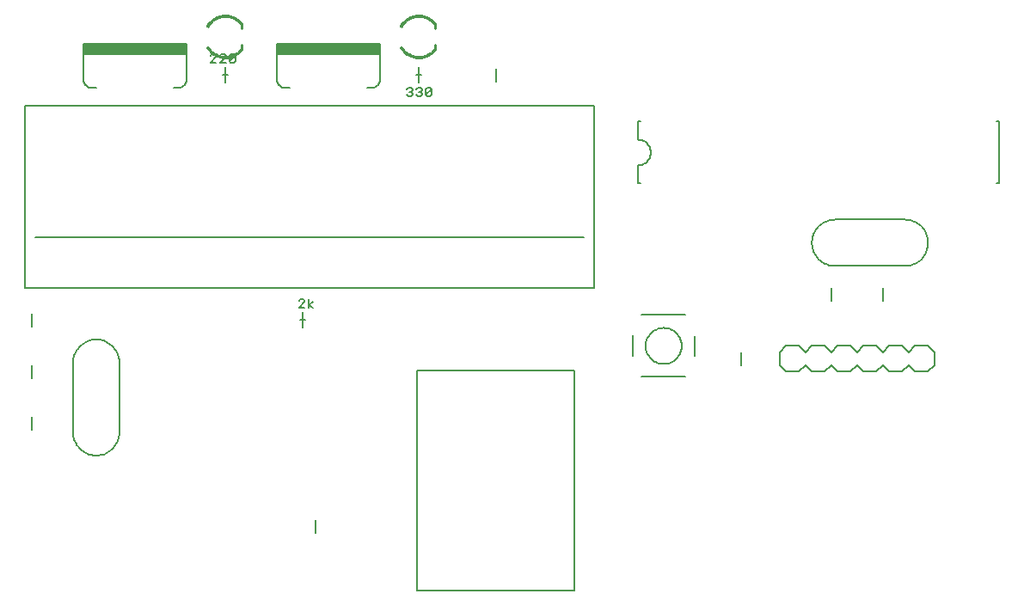
<source format=gto>
G75*
%MOIN*%
%OFA0B0*%
%FSLAX24Y24*%
%IPPOS*%
%LPD*%
%AMOC8*
5,1,8,0,0,1.08239X$1,22.5*
%
%ADD10C,0.0080*%
%ADD11R,0.4000X0.0400*%
%ADD12C,0.0010*%
%ADD13C,0.0100*%
%ADD14C,0.0060*%
%ADD15C,0.0050*%
D10*
X003780Y006650D02*
X003780Y009350D01*
X003782Y009409D01*
X003788Y009467D01*
X003797Y009526D01*
X003811Y009583D01*
X003828Y009639D01*
X003849Y009694D01*
X003873Y009748D01*
X003901Y009800D01*
X003932Y009850D01*
X003966Y009898D01*
X004003Y009943D01*
X004044Y009986D01*
X004087Y010027D01*
X004132Y010064D01*
X004180Y010098D01*
X004230Y010129D01*
X004282Y010157D01*
X004336Y010181D01*
X004391Y010202D01*
X004447Y010219D01*
X004504Y010233D01*
X004563Y010242D01*
X004621Y010248D01*
X004680Y010250D01*
X004739Y010248D01*
X004797Y010242D01*
X004856Y010233D01*
X004913Y010219D01*
X004969Y010202D01*
X005024Y010181D01*
X005078Y010157D01*
X005130Y010129D01*
X005180Y010098D01*
X005228Y010064D01*
X005273Y010027D01*
X005316Y009986D01*
X005357Y009943D01*
X005394Y009898D01*
X005428Y009850D01*
X005459Y009800D01*
X005487Y009748D01*
X005511Y009694D01*
X005532Y009639D01*
X005549Y009583D01*
X005563Y009526D01*
X005572Y009467D01*
X005578Y009409D01*
X005580Y009350D01*
X005580Y006650D01*
X005578Y006591D01*
X005572Y006533D01*
X005563Y006474D01*
X005549Y006417D01*
X005532Y006361D01*
X005511Y006306D01*
X005487Y006252D01*
X005459Y006200D01*
X005428Y006150D01*
X005394Y006102D01*
X005357Y006057D01*
X005316Y006014D01*
X005273Y005973D01*
X005228Y005936D01*
X005180Y005902D01*
X005130Y005871D01*
X005078Y005843D01*
X005024Y005819D01*
X004969Y005798D01*
X004913Y005781D01*
X004856Y005767D01*
X004797Y005758D01*
X004739Y005752D01*
X004680Y005750D01*
X004621Y005752D01*
X004563Y005758D01*
X004504Y005767D01*
X004447Y005781D01*
X004391Y005798D01*
X004336Y005819D01*
X004282Y005843D01*
X004230Y005871D01*
X004180Y005902D01*
X004132Y005936D01*
X004087Y005973D01*
X004044Y006014D01*
X004003Y006057D01*
X003966Y006102D01*
X003932Y006150D01*
X003901Y006200D01*
X003873Y006252D01*
X003849Y006306D01*
X003828Y006361D01*
X003811Y006417D01*
X003797Y006474D01*
X003788Y006533D01*
X003782Y006591D01*
X003780Y006650D01*
X002180Y006750D02*
X002180Y007250D01*
X002180Y008750D02*
X002180Y009250D01*
X002180Y010750D02*
X002180Y011250D01*
X012580Y011000D02*
X012680Y011000D01*
X012780Y011000D01*
X012680Y011000D02*
X012680Y010700D01*
X012680Y011000D02*
X012680Y011300D01*
X025480Y010405D02*
X025480Y009600D01*
X025980Y010000D02*
X025982Y010052D01*
X025988Y010104D01*
X025998Y010156D01*
X026011Y010206D01*
X026028Y010256D01*
X026049Y010304D01*
X026074Y010350D01*
X026102Y010394D01*
X026133Y010436D01*
X026167Y010476D01*
X026204Y010513D01*
X026244Y010547D01*
X026286Y010578D01*
X026330Y010606D01*
X026376Y010631D01*
X026424Y010652D01*
X026474Y010669D01*
X026524Y010682D01*
X026576Y010692D01*
X026628Y010698D01*
X026680Y010700D01*
X026732Y010698D01*
X026784Y010692D01*
X026836Y010682D01*
X026886Y010669D01*
X026936Y010652D01*
X026984Y010631D01*
X027030Y010606D01*
X027074Y010578D01*
X027116Y010547D01*
X027156Y010513D01*
X027193Y010476D01*
X027227Y010436D01*
X027258Y010394D01*
X027286Y010350D01*
X027311Y010304D01*
X027332Y010256D01*
X027349Y010206D01*
X027362Y010156D01*
X027372Y010104D01*
X027378Y010052D01*
X027380Y010000D01*
X027378Y009948D01*
X027372Y009896D01*
X027362Y009844D01*
X027349Y009794D01*
X027332Y009744D01*
X027311Y009696D01*
X027286Y009650D01*
X027258Y009606D01*
X027227Y009564D01*
X027193Y009524D01*
X027156Y009487D01*
X027116Y009453D01*
X027074Y009422D01*
X027030Y009394D01*
X026984Y009369D01*
X026936Y009348D01*
X026886Y009331D01*
X026836Y009318D01*
X026784Y009308D01*
X026732Y009302D01*
X026680Y009300D01*
X026628Y009302D01*
X026576Y009308D01*
X026524Y009318D01*
X026474Y009331D01*
X026424Y009348D01*
X026376Y009369D01*
X026330Y009394D01*
X026286Y009422D01*
X026244Y009453D01*
X026204Y009487D01*
X026167Y009524D01*
X026133Y009564D01*
X026102Y009606D01*
X026074Y009650D01*
X026049Y009696D01*
X026028Y009744D01*
X026011Y009794D01*
X025998Y009844D01*
X025988Y009896D01*
X025982Y009948D01*
X025980Y010000D01*
X025830Y011200D02*
X027530Y011200D01*
X027880Y010393D02*
X027880Y009600D01*
X027530Y008800D02*
X025830Y008800D01*
X029680Y009250D02*
X029680Y009750D01*
X031180Y009750D02*
X031180Y009250D01*
X031430Y009000D01*
X031930Y009000D01*
X032180Y009250D01*
X032430Y009000D01*
X032930Y009000D01*
X033180Y009250D01*
X033430Y009000D01*
X033930Y009000D01*
X034180Y009250D01*
X034430Y009000D01*
X034930Y009000D01*
X035180Y009250D01*
X035430Y009000D01*
X035930Y009000D01*
X036180Y009250D01*
X036430Y009000D01*
X036930Y009000D01*
X037180Y009250D01*
X037180Y009750D01*
X036930Y010000D01*
X036430Y010000D01*
X036180Y009750D01*
X035930Y010000D01*
X035430Y010000D01*
X035180Y009750D01*
X034930Y010000D01*
X034430Y010000D01*
X034180Y009750D01*
X033930Y010000D01*
X033430Y010000D01*
X033180Y009750D01*
X032930Y010000D01*
X032430Y010000D01*
X032180Y009750D01*
X031930Y010000D01*
X031430Y010000D01*
X031180Y009750D01*
X033180Y011750D02*
X033180Y012250D01*
X033330Y013100D02*
X036030Y013100D01*
X036089Y013102D01*
X036147Y013108D01*
X036206Y013117D01*
X036263Y013131D01*
X036319Y013148D01*
X036374Y013169D01*
X036428Y013193D01*
X036480Y013221D01*
X036530Y013252D01*
X036578Y013286D01*
X036623Y013323D01*
X036666Y013364D01*
X036707Y013407D01*
X036744Y013452D01*
X036778Y013500D01*
X036809Y013550D01*
X036837Y013602D01*
X036861Y013656D01*
X036882Y013711D01*
X036899Y013767D01*
X036913Y013824D01*
X036922Y013883D01*
X036928Y013941D01*
X036930Y014000D01*
X036928Y014059D01*
X036922Y014117D01*
X036913Y014176D01*
X036899Y014233D01*
X036882Y014289D01*
X036861Y014344D01*
X036837Y014398D01*
X036809Y014450D01*
X036778Y014500D01*
X036744Y014548D01*
X036707Y014593D01*
X036666Y014636D01*
X036623Y014677D01*
X036578Y014714D01*
X036530Y014748D01*
X036480Y014779D01*
X036428Y014807D01*
X036374Y014831D01*
X036319Y014852D01*
X036263Y014869D01*
X036206Y014883D01*
X036147Y014892D01*
X036089Y014898D01*
X036030Y014900D01*
X033330Y014900D01*
X033271Y014898D01*
X033213Y014892D01*
X033154Y014883D01*
X033097Y014869D01*
X033041Y014852D01*
X032986Y014831D01*
X032932Y014807D01*
X032880Y014779D01*
X032830Y014748D01*
X032782Y014714D01*
X032737Y014677D01*
X032694Y014636D01*
X032653Y014593D01*
X032616Y014548D01*
X032582Y014500D01*
X032551Y014450D01*
X032523Y014398D01*
X032499Y014344D01*
X032478Y014289D01*
X032461Y014233D01*
X032447Y014176D01*
X032438Y014117D01*
X032432Y014059D01*
X032430Y014000D01*
X032432Y013941D01*
X032438Y013883D01*
X032447Y013824D01*
X032461Y013767D01*
X032478Y013711D01*
X032499Y013656D01*
X032523Y013602D01*
X032551Y013550D01*
X032582Y013500D01*
X032616Y013452D01*
X032653Y013407D01*
X032694Y013364D01*
X032737Y013323D01*
X032782Y013286D01*
X032830Y013252D01*
X032880Y013221D01*
X032932Y013193D01*
X032986Y013169D01*
X033041Y013148D01*
X033097Y013131D01*
X033154Y013117D01*
X033213Y013108D01*
X033271Y013102D01*
X033330Y013100D01*
X035180Y012250D02*
X035180Y011750D01*
X039580Y016300D02*
X039680Y016300D01*
X039680Y018700D01*
X039580Y018700D01*
X025780Y018700D02*
X025680Y018700D01*
X025680Y018000D01*
X025724Y017998D01*
X025767Y017992D01*
X025809Y017983D01*
X025851Y017970D01*
X025891Y017953D01*
X025930Y017933D01*
X025967Y017910D01*
X026001Y017883D01*
X026034Y017854D01*
X026063Y017821D01*
X026090Y017787D01*
X026113Y017750D01*
X026133Y017711D01*
X026150Y017671D01*
X026163Y017629D01*
X026172Y017587D01*
X026178Y017544D01*
X026180Y017500D01*
X026178Y017456D01*
X026172Y017413D01*
X026163Y017371D01*
X026150Y017329D01*
X026133Y017289D01*
X026113Y017250D01*
X026090Y017213D01*
X026063Y017179D01*
X026034Y017146D01*
X026001Y017117D01*
X025967Y017090D01*
X025930Y017067D01*
X025891Y017047D01*
X025851Y017030D01*
X025809Y017017D01*
X025767Y017008D01*
X025724Y017002D01*
X025680Y017000D01*
X025680Y016300D01*
X025780Y016300D01*
X020180Y020250D02*
X020180Y020750D01*
X017280Y020500D02*
X017180Y020500D01*
X017080Y020500D01*
X017180Y020500D02*
X017180Y020800D01*
X017180Y020500D02*
X017180Y020200D01*
X015680Y020350D02*
X015680Y021300D01*
X015680Y021700D01*
X011680Y021700D01*
X011680Y021300D01*
X015680Y021300D01*
X015680Y020350D02*
X015679Y020316D01*
X015675Y020281D01*
X015667Y020248D01*
X015656Y020215D01*
X015641Y020184D01*
X015624Y020154D01*
X015603Y020126D01*
X015580Y020100D01*
X015554Y020077D01*
X015526Y020056D01*
X015496Y020039D01*
X015465Y020024D01*
X015432Y020013D01*
X015399Y020005D01*
X015364Y020001D01*
X015330Y020000D01*
X015180Y020000D01*
X012180Y020000D02*
X012030Y020000D01*
X011996Y020001D01*
X011961Y020005D01*
X011928Y020013D01*
X011895Y020024D01*
X011864Y020039D01*
X011834Y020056D01*
X011806Y020077D01*
X011780Y020100D01*
X011757Y020126D01*
X011736Y020154D01*
X011719Y020184D01*
X011704Y020215D01*
X011693Y020248D01*
X011685Y020281D01*
X011681Y020316D01*
X011680Y020350D01*
X011680Y021300D01*
X009780Y020500D02*
X009680Y020500D01*
X009580Y020500D01*
X009680Y020500D02*
X009680Y020200D01*
X009680Y020500D02*
X009680Y020800D01*
X008180Y020350D02*
X008180Y021300D01*
X008180Y021700D01*
X004180Y021700D01*
X004180Y021300D01*
X008180Y021300D01*
X008180Y020350D02*
X008179Y020316D01*
X008175Y020281D01*
X008167Y020248D01*
X008156Y020215D01*
X008141Y020184D01*
X008124Y020154D01*
X008103Y020126D01*
X008080Y020100D01*
X008054Y020077D01*
X008026Y020056D01*
X007996Y020039D01*
X007965Y020024D01*
X007932Y020013D01*
X007899Y020005D01*
X007864Y020001D01*
X007830Y020000D01*
X007680Y020000D01*
X004680Y020000D02*
X004530Y020000D01*
X004496Y020001D01*
X004461Y020005D01*
X004428Y020013D01*
X004395Y020024D01*
X004364Y020039D01*
X004334Y020056D01*
X004306Y020077D01*
X004280Y020100D01*
X004257Y020126D01*
X004236Y020154D01*
X004219Y020184D01*
X004204Y020215D01*
X004193Y020248D01*
X004185Y020281D01*
X004181Y020316D01*
X004180Y020350D01*
X004180Y021300D01*
X013180Y003250D02*
X013180Y002750D01*
D11*
X013680Y021500D03*
X006180Y021500D03*
D12*
X008949Y021577D02*
X009027Y021622D01*
X009027Y021621D02*
X009055Y021577D01*
X009086Y021535D01*
X009119Y021495D01*
X009155Y021457D01*
X009194Y021422D01*
X009235Y021390D01*
X009279Y021360D01*
X009324Y021334D01*
X009371Y021311D01*
X009419Y021291D01*
X009469Y021275D01*
X009519Y021262D01*
X009571Y021253D01*
X009623Y021247D01*
X009675Y021245D01*
X009676Y021156D01*
X009675Y021155D01*
X009620Y021157D01*
X009566Y021163D01*
X009511Y021172D01*
X009458Y021185D01*
X009406Y021201D01*
X009354Y021220D01*
X009304Y021243D01*
X009256Y021269D01*
X009209Y021298D01*
X009165Y021330D01*
X009122Y021365D01*
X009082Y021403D01*
X009045Y021443D01*
X009010Y021485D01*
X008978Y021530D01*
X008949Y021576D01*
X008957Y021581D01*
X008985Y021535D01*
X009017Y021491D01*
X009052Y021449D01*
X009089Y021409D01*
X009128Y021372D01*
X009170Y021337D01*
X009214Y021306D01*
X009260Y021277D01*
X009308Y021251D01*
X009358Y021229D01*
X009408Y021209D01*
X009460Y021193D01*
X009513Y021181D01*
X009567Y021172D01*
X009621Y021166D01*
X009675Y021164D01*
X009675Y021173D01*
X009621Y021175D01*
X009568Y021181D01*
X009515Y021190D01*
X009463Y021202D01*
X009411Y021218D01*
X009361Y021237D01*
X009312Y021259D01*
X009265Y021285D01*
X009219Y021313D01*
X009176Y021345D01*
X009134Y021379D01*
X009095Y021415D01*
X009058Y021455D01*
X009024Y021496D01*
X008993Y021540D01*
X008964Y021585D01*
X008972Y021590D01*
X009002Y021542D01*
X009036Y021496D01*
X009072Y021453D01*
X009112Y021412D01*
X009154Y021374D01*
X009198Y021339D01*
X009245Y021307D01*
X009294Y021279D01*
X009345Y021254D01*
X009398Y021232D01*
X009451Y021215D01*
X009506Y021201D01*
X009562Y021191D01*
X009618Y021184D01*
X009675Y021182D01*
X009675Y021191D01*
X009619Y021193D01*
X009563Y021199D01*
X009508Y021209D01*
X009454Y021223D01*
X009401Y021241D01*
X009349Y021262D01*
X009298Y021287D01*
X009250Y021315D01*
X009204Y021346D01*
X009159Y021381D01*
X009118Y021418D01*
X009079Y021459D01*
X009043Y021501D01*
X009010Y021547D01*
X008980Y021594D01*
X008988Y021599D01*
X009017Y021552D01*
X009050Y021507D01*
X009086Y021465D01*
X009124Y021425D01*
X009165Y021388D01*
X009209Y021353D01*
X009255Y021322D01*
X009303Y021295D01*
X009352Y021270D01*
X009404Y021249D01*
X009456Y021232D01*
X009510Y021218D01*
X009565Y021208D01*
X009620Y021202D01*
X009675Y021200D01*
X009675Y021209D01*
X009620Y021211D01*
X009566Y021217D01*
X009512Y021227D01*
X009459Y021241D01*
X009407Y021258D01*
X009356Y021278D01*
X009307Y021303D01*
X009260Y021330D01*
X009214Y021361D01*
X009171Y021394D01*
X009130Y021431D01*
X009092Y021471D01*
X009057Y021513D01*
X009025Y021557D01*
X008996Y021603D01*
X009004Y021608D01*
X009032Y021562D01*
X009064Y021518D01*
X009099Y021477D01*
X009137Y021438D01*
X009177Y021401D01*
X009219Y021368D01*
X009264Y021338D01*
X009311Y021310D01*
X009360Y021287D01*
X009410Y021266D01*
X009461Y021249D01*
X009514Y021236D01*
X009567Y021226D01*
X009621Y021220D01*
X009675Y021218D01*
X009675Y021227D01*
X009622Y021229D01*
X009568Y021235D01*
X009516Y021245D01*
X009464Y021258D01*
X009413Y021275D01*
X009363Y021295D01*
X009315Y021318D01*
X009269Y021345D01*
X009225Y021375D01*
X009183Y021408D01*
X009143Y021444D01*
X009106Y021483D01*
X009071Y021524D01*
X009040Y021567D01*
X009011Y021612D01*
X009019Y021617D01*
X009047Y021572D01*
X009078Y021529D01*
X009112Y021489D01*
X009149Y021451D01*
X009188Y021415D01*
X009230Y021383D01*
X009274Y021353D01*
X009320Y021326D01*
X009367Y021303D01*
X009416Y021283D01*
X009466Y021266D01*
X009518Y021253D01*
X009570Y021244D01*
X009622Y021238D01*
X009675Y021236D01*
X009675Y022844D02*
X009675Y022754D01*
X009675Y022755D02*
X009621Y022753D01*
X009568Y022747D01*
X009515Y022737D01*
X009463Y022723D01*
X009412Y022706D01*
X009363Y022685D01*
X009315Y022661D01*
X009269Y022633D01*
X009225Y022602D01*
X009183Y022568D01*
X009144Y022532D01*
X009107Y022492D01*
X009074Y022450D01*
X009043Y022406D01*
X009016Y022360D01*
X008937Y022402D01*
X008965Y022451D01*
X008997Y022497D01*
X009032Y022542D01*
X009069Y022584D01*
X009110Y022624D01*
X009153Y022660D01*
X009198Y022694D01*
X009245Y022725D01*
X009295Y022752D01*
X009346Y022776D01*
X009398Y022797D01*
X009452Y022814D01*
X009507Y022827D01*
X009562Y022837D01*
X009619Y022843D01*
X009675Y022845D01*
X009675Y022836D01*
X009619Y022834D01*
X009564Y022828D01*
X009509Y022818D01*
X009454Y022805D01*
X009401Y022788D01*
X009349Y022768D01*
X009299Y022744D01*
X009250Y022717D01*
X009203Y022687D01*
X009158Y022653D01*
X009116Y022617D01*
X009076Y022578D01*
X009039Y022536D01*
X009004Y022492D01*
X008973Y022446D01*
X008945Y022398D01*
X008953Y022394D01*
X008981Y022441D01*
X009012Y022487D01*
X009046Y022530D01*
X009082Y022572D01*
X009122Y022610D01*
X009164Y022646D01*
X009208Y022679D01*
X009254Y022709D01*
X009303Y022736D01*
X009353Y022759D01*
X009404Y022780D01*
X009457Y022796D01*
X009510Y022809D01*
X009565Y022819D01*
X009620Y022825D01*
X009675Y022827D01*
X009675Y022818D01*
X009620Y022816D01*
X009566Y022810D01*
X009512Y022801D01*
X009459Y022788D01*
X009407Y022771D01*
X009356Y022751D01*
X009307Y022728D01*
X009259Y022701D01*
X009213Y022672D01*
X009169Y022639D01*
X009128Y022604D01*
X009089Y022565D01*
X009052Y022525D01*
X009019Y022482D01*
X008988Y022436D01*
X008961Y022389D01*
X008969Y022385D01*
X008996Y022432D01*
X009026Y022476D01*
X009059Y022519D01*
X009095Y022559D01*
X009134Y022597D01*
X009175Y022632D01*
X009218Y022664D01*
X009264Y022694D01*
X009311Y022720D01*
X009360Y022743D01*
X009410Y022763D01*
X009462Y022779D01*
X009514Y022792D01*
X009567Y022801D01*
X009621Y022807D01*
X009675Y022809D01*
X009675Y022800D01*
X009622Y022798D01*
X009569Y022792D01*
X009516Y022783D01*
X009464Y022770D01*
X009413Y022754D01*
X009363Y022735D01*
X009315Y022712D01*
X009268Y022686D01*
X009224Y022657D01*
X009181Y022625D01*
X009140Y022590D01*
X009102Y022553D01*
X009066Y022513D01*
X009033Y022471D01*
X009003Y022427D01*
X008976Y022381D01*
X008984Y022377D01*
X009011Y022422D01*
X009041Y022466D01*
X009073Y022507D01*
X009108Y022547D01*
X009146Y022584D01*
X009186Y022618D01*
X009229Y022650D01*
X009273Y022678D01*
X009319Y022704D01*
X009367Y022726D01*
X009416Y022746D01*
X009466Y022762D01*
X009518Y022774D01*
X009570Y022783D01*
X009622Y022789D01*
X009675Y022791D01*
X009675Y022782D01*
X009619Y022780D01*
X009564Y022773D01*
X009509Y022763D01*
X009455Y022749D01*
X009403Y022731D01*
X009351Y022710D01*
X009302Y022684D01*
X009254Y022656D01*
X009208Y022624D01*
X009165Y022589D01*
X009125Y022551D01*
X009087Y022510D01*
X009052Y022466D01*
X009021Y022420D01*
X008992Y022372D01*
X009000Y022368D01*
X009028Y022416D01*
X009059Y022461D01*
X009094Y022504D01*
X009131Y022544D01*
X009171Y022582D01*
X009214Y022617D01*
X009259Y022648D01*
X009306Y022677D01*
X009355Y022701D01*
X009406Y022723D01*
X009458Y022740D01*
X009511Y022754D01*
X009565Y022764D01*
X009620Y022771D01*
X009675Y022773D01*
X009675Y022764D01*
X009621Y022762D01*
X009567Y022756D01*
X009513Y022746D01*
X009461Y022732D01*
X009409Y022714D01*
X009359Y022693D01*
X009310Y022669D01*
X009264Y022641D01*
X009219Y022609D01*
X009177Y022575D01*
X009138Y022538D01*
X009101Y022498D01*
X009067Y022456D01*
X009036Y022411D01*
X009008Y022364D01*
X010325Y022544D02*
X010256Y022487D01*
X010257Y022487D02*
X010220Y022527D01*
X010181Y022565D01*
X010139Y022599D01*
X010095Y022631D01*
X010049Y022659D01*
X010000Y022684D01*
X009950Y022705D01*
X009899Y022723D01*
X009846Y022736D01*
X009793Y022746D01*
X009739Y022753D01*
X009685Y022755D01*
X009684Y022844D01*
X009685Y022845D01*
X009741Y022843D01*
X009797Y022837D01*
X009852Y022827D01*
X009907Y022814D01*
X009960Y022797D01*
X010013Y022777D01*
X010064Y022753D01*
X010113Y022726D01*
X010160Y022695D01*
X010205Y022662D01*
X010248Y022626D01*
X010288Y022587D01*
X010326Y022545D01*
X010319Y022539D01*
X010282Y022580D01*
X010242Y022619D01*
X010200Y022655D01*
X010155Y022688D01*
X010108Y022718D01*
X010060Y022745D01*
X010009Y022768D01*
X009957Y022789D01*
X009904Y022805D01*
X009850Y022818D01*
X009796Y022828D01*
X009741Y022834D01*
X009685Y022836D01*
X009685Y022827D01*
X009740Y022825D01*
X009795Y022819D01*
X009849Y022810D01*
X009902Y022797D01*
X009954Y022780D01*
X010006Y022760D01*
X010055Y022737D01*
X010104Y022710D01*
X010150Y022681D01*
X010194Y022648D01*
X010236Y022612D01*
X010275Y022574D01*
X010312Y022533D01*
X010305Y022528D01*
X010269Y022568D01*
X010230Y022606D01*
X010188Y022641D01*
X010145Y022673D01*
X010099Y022703D01*
X010051Y022729D01*
X010002Y022752D01*
X009952Y022772D01*
X009900Y022788D01*
X009847Y022801D01*
X009793Y022810D01*
X009739Y022816D01*
X009685Y022818D01*
X009685Y022809D01*
X009739Y022807D01*
X009792Y022801D01*
X009845Y022792D01*
X009897Y022779D01*
X009949Y022763D01*
X009999Y022744D01*
X010047Y022721D01*
X010094Y022695D01*
X010140Y022666D01*
X010183Y022634D01*
X010224Y022599D01*
X010262Y022562D01*
X010298Y022522D01*
X010291Y022516D01*
X010256Y022555D01*
X010218Y022592D01*
X010177Y022627D01*
X010134Y022658D01*
X010090Y022687D01*
X010043Y022713D01*
X009995Y022735D01*
X009946Y022755D01*
X009895Y022771D01*
X009843Y022783D01*
X009791Y022792D01*
X009738Y022798D01*
X009685Y022800D01*
X009685Y022791D01*
X009737Y022789D01*
X009790Y022783D01*
X009841Y022774D01*
X009892Y022762D01*
X009943Y022746D01*
X009992Y022727D01*
X010039Y022705D01*
X010085Y022679D01*
X010129Y022651D01*
X010171Y022620D01*
X010212Y022586D01*
X010249Y022549D01*
X010284Y022510D01*
X010278Y022504D01*
X010243Y022543D01*
X010205Y022579D01*
X010166Y022613D01*
X010124Y022644D01*
X010080Y022672D01*
X010035Y022697D01*
X009988Y022719D01*
X009940Y022738D01*
X009890Y022753D01*
X009840Y022766D01*
X009788Y022774D01*
X009737Y022780D01*
X009685Y022782D01*
X009685Y022773D01*
X009736Y022771D01*
X009787Y022766D01*
X009838Y022757D01*
X009888Y022745D01*
X009937Y022729D01*
X009984Y022711D01*
X010031Y022689D01*
X010076Y022664D01*
X010119Y022636D01*
X010160Y022606D01*
X010199Y022573D01*
X010236Y022537D01*
X010271Y022499D01*
X010264Y022493D01*
X010227Y022534D01*
X010187Y022572D01*
X010145Y022606D01*
X010100Y022638D01*
X010053Y022667D01*
X010004Y022692D01*
X009953Y022713D01*
X009902Y022731D01*
X009848Y022745D01*
X009794Y022755D01*
X009740Y022762D01*
X009685Y022764D01*
X009684Y021156D02*
X009684Y021246D01*
X009685Y021245D02*
X009739Y021247D01*
X009792Y021253D01*
X009845Y021263D01*
X009897Y021277D01*
X009948Y021294D01*
X009998Y021315D01*
X010046Y021339D01*
X010092Y021367D01*
X010136Y021398D01*
X010177Y021432D01*
X010217Y021469D01*
X010253Y021508D01*
X010321Y021451D01*
X010322Y021450D01*
X010284Y021409D01*
X010244Y021371D01*
X010201Y021335D01*
X010156Y021302D01*
X010109Y021272D01*
X010061Y021246D01*
X010010Y021222D01*
X009958Y021202D01*
X009905Y021186D01*
X009851Y021172D01*
X009796Y021163D01*
X009741Y021157D01*
X009685Y021155D01*
X009685Y021164D01*
X009740Y021166D01*
X009795Y021172D01*
X009849Y021181D01*
X009903Y021194D01*
X009955Y021211D01*
X010007Y021230D01*
X010057Y021254D01*
X010105Y021280D01*
X010151Y021310D01*
X010196Y021342D01*
X010238Y021377D01*
X010278Y021416D01*
X010315Y021456D01*
X010308Y021462D01*
X010271Y021422D01*
X010232Y021384D01*
X010190Y021349D01*
X010146Y021317D01*
X010100Y021288D01*
X010052Y021262D01*
X010003Y021239D01*
X009952Y021219D01*
X009900Y021203D01*
X009847Y021190D01*
X009794Y021181D01*
X009739Y021175D01*
X009685Y021173D01*
X009685Y021182D01*
X009739Y021184D01*
X009792Y021190D01*
X009845Y021199D01*
X009898Y021212D01*
X009949Y021228D01*
X010000Y021247D01*
X010048Y021270D01*
X010096Y021295D01*
X010141Y021324D01*
X010185Y021356D01*
X010226Y021391D01*
X010265Y021428D01*
X010301Y021468D01*
X010294Y021474D01*
X010258Y021434D01*
X010220Y021397D01*
X010179Y021363D01*
X010136Y021332D01*
X010091Y021303D01*
X010044Y021278D01*
X009996Y021255D01*
X009946Y021236D01*
X009895Y021220D01*
X009844Y021208D01*
X009791Y021199D01*
X009738Y021193D01*
X009685Y021191D01*
X009685Y021200D01*
X009738Y021202D01*
X009790Y021208D01*
X009842Y021217D01*
X009893Y021229D01*
X009943Y021245D01*
X009993Y021264D01*
X010040Y021286D01*
X010087Y021311D01*
X010131Y021339D01*
X010173Y021370D01*
X010214Y021404D01*
X010252Y021441D01*
X010287Y021479D01*
X010281Y021485D01*
X010245Y021447D01*
X010208Y021411D01*
X010168Y021377D01*
X010126Y021347D01*
X010082Y021319D01*
X010036Y021294D01*
X009989Y021272D01*
X009940Y021253D01*
X009891Y021238D01*
X009840Y021225D01*
X009789Y021217D01*
X009737Y021211D01*
X009685Y021209D01*
X009685Y021218D01*
X009741Y021220D01*
X009796Y021227D01*
X009851Y021237D01*
X009905Y021251D01*
X009958Y021269D01*
X010009Y021291D01*
X010059Y021316D01*
X010107Y021345D01*
X010152Y021377D01*
X010195Y021412D01*
X010236Y021450D01*
X010274Y021491D01*
X010267Y021497D01*
X010230Y021456D01*
X010189Y021419D01*
X010147Y021384D01*
X010102Y021352D01*
X010054Y021324D01*
X010005Y021299D01*
X009954Y021277D01*
X009902Y021260D01*
X009849Y021246D01*
X009795Y021236D01*
X009740Y021229D01*
X009685Y021227D01*
X009685Y021236D01*
X009739Y021238D01*
X009793Y021244D01*
X009847Y021254D01*
X009900Y021268D01*
X009951Y021286D01*
X010001Y021307D01*
X010050Y021332D01*
X010097Y021360D01*
X010141Y021391D01*
X010183Y021425D01*
X010223Y021463D01*
X010260Y021503D01*
X016449Y021577D02*
X016527Y021622D01*
X016527Y021621D02*
X016555Y021577D01*
X016586Y021535D01*
X016619Y021495D01*
X016655Y021457D01*
X016694Y021422D01*
X016735Y021390D01*
X016779Y021360D01*
X016824Y021334D01*
X016871Y021311D01*
X016919Y021291D01*
X016969Y021275D01*
X017019Y021262D01*
X017071Y021253D01*
X017123Y021247D01*
X017175Y021245D01*
X017176Y021156D01*
X017175Y021155D01*
X017120Y021157D01*
X017066Y021163D01*
X017011Y021172D01*
X016958Y021185D01*
X016906Y021201D01*
X016854Y021220D01*
X016804Y021243D01*
X016756Y021269D01*
X016709Y021298D01*
X016665Y021330D01*
X016622Y021365D01*
X016582Y021403D01*
X016545Y021443D01*
X016510Y021485D01*
X016478Y021530D01*
X016449Y021576D01*
X016457Y021581D01*
X016485Y021535D01*
X016517Y021491D01*
X016552Y021449D01*
X016589Y021409D01*
X016628Y021372D01*
X016670Y021337D01*
X016714Y021306D01*
X016760Y021277D01*
X016808Y021251D01*
X016858Y021229D01*
X016908Y021209D01*
X016960Y021193D01*
X017013Y021181D01*
X017067Y021172D01*
X017121Y021166D01*
X017175Y021164D01*
X017175Y021173D01*
X017121Y021175D01*
X017068Y021181D01*
X017015Y021190D01*
X016963Y021202D01*
X016911Y021218D01*
X016861Y021237D01*
X016812Y021259D01*
X016765Y021285D01*
X016719Y021313D01*
X016676Y021345D01*
X016634Y021379D01*
X016595Y021415D01*
X016558Y021455D01*
X016524Y021496D01*
X016493Y021540D01*
X016464Y021585D01*
X016472Y021590D01*
X016502Y021542D01*
X016536Y021496D01*
X016572Y021453D01*
X016612Y021412D01*
X016654Y021374D01*
X016698Y021339D01*
X016745Y021307D01*
X016794Y021279D01*
X016845Y021254D01*
X016898Y021232D01*
X016951Y021215D01*
X017006Y021201D01*
X017062Y021191D01*
X017118Y021184D01*
X017175Y021182D01*
X017175Y021191D01*
X017119Y021193D01*
X017063Y021199D01*
X017008Y021209D01*
X016954Y021223D01*
X016901Y021241D01*
X016849Y021262D01*
X016798Y021287D01*
X016750Y021315D01*
X016704Y021346D01*
X016659Y021381D01*
X016618Y021418D01*
X016579Y021459D01*
X016543Y021501D01*
X016510Y021547D01*
X016480Y021594D01*
X016488Y021599D01*
X016517Y021552D01*
X016550Y021507D01*
X016586Y021465D01*
X016624Y021425D01*
X016665Y021388D01*
X016709Y021353D01*
X016755Y021322D01*
X016803Y021295D01*
X016852Y021270D01*
X016904Y021249D01*
X016956Y021232D01*
X017010Y021218D01*
X017065Y021208D01*
X017120Y021202D01*
X017175Y021200D01*
X017175Y021209D01*
X017120Y021211D01*
X017066Y021217D01*
X017012Y021227D01*
X016959Y021241D01*
X016907Y021258D01*
X016856Y021278D01*
X016807Y021303D01*
X016760Y021330D01*
X016714Y021361D01*
X016671Y021394D01*
X016630Y021431D01*
X016592Y021471D01*
X016557Y021513D01*
X016525Y021557D01*
X016496Y021603D01*
X016504Y021608D01*
X016532Y021562D01*
X016564Y021518D01*
X016599Y021477D01*
X016637Y021438D01*
X016677Y021401D01*
X016719Y021368D01*
X016764Y021338D01*
X016811Y021310D01*
X016860Y021287D01*
X016910Y021266D01*
X016961Y021249D01*
X017014Y021236D01*
X017067Y021226D01*
X017121Y021220D01*
X017175Y021218D01*
X017175Y021227D01*
X017122Y021229D01*
X017068Y021235D01*
X017016Y021245D01*
X016964Y021258D01*
X016913Y021275D01*
X016863Y021295D01*
X016815Y021318D01*
X016769Y021345D01*
X016725Y021375D01*
X016683Y021408D01*
X016643Y021444D01*
X016606Y021483D01*
X016571Y021524D01*
X016540Y021567D01*
X016511Y021612D01*
X016519Y021617D01*
X016547Y021572D01*
X016578Y021529D01*
X016612Y021489D01*
X016649Y021451D01*
X016688Y021415D01*
X016730Y021383D01*
X016774Y021353D01*
X016820Y021326D01*
X016867Y021303D01*
X016916Y021283D01*
X016966Y021266D01*
X017018Y021253D01*
X017070Y021244D01*
X017122Y021238D01*
X017175Y021236D01*
X017175Y022844D02*
X017175Y022754D01*
X017175Y022755D02*
X017121Y022753D01*
X017068Y022747D01*
X017015Y022737D01*
X016963Y022723D01*
X016912Y022706D01*
X016863Y022685D01*
X016815Y022661D01*
X016769Y022633D01*
X016725Y022602D01*
X016683Y022568D01*
X016644Y022532D01*
X016607Y022492D01*
X016574Y022450D01*
X016543Y022406D01*
X016516Y022360D01*
X016437Y022402D01*
X016465Y022451D01*
X016497Y022497D01*
X016532Y022542D01*
X016569Y022584D01*
X016610Y022624D01*
X016653Y022660D01*
X016698Y022694D01*
X016745Y022725D01*
X016795Y022752D01*
X016846Y022776D01*
X016898Y022797D01*
X016952Y022814D01*
X017007Y022827D01*
X017062Y022837D01*
X017119Y022843D01*
X017175Y022845D01*
X017175Y022836D01*
X017119Y022834D01*
X017064Y022828D01*
X017009Y022818D01*
X016954Y022805D01*
X016901Y022788D01*
X016849Y022768D01*
X016799Y022744D01*
X016750Y022717D01*
X016703Y022687D01*
X016658Y022653D01*
X016616Y022617D01*
X016576Y022578D01*
X016539Y022536D01*
X016504Y022492D01*
X016473Y022446D01*
X016445Y022398D01*
X016453Y022394D01*
X016481Y022441D01*
X016512Y022487D01*
X016546Y022530D01*
X016582Y022572D01*
X016622Y022610D01*
X016664Y022646D01*
X016708Y022679D01*
X016754Y022709D01*
X016803Y022736D01*
X016853Y022759D01*
X016904Y022780D01*
X016957Y022796D01*
X017010Y022809D01*
X017065Y022819D01*
X017120Y022825D01*
X017175Y022827D01*
X017175Y022818D01*
X017120Y022816D01*
X017066Y022810D01*
X017012Y022801D01*
X016959Y022788D01*
X016907Y022771D01*
X016856Y022751D01*
X016807Y022728D01*
X016759Y022701D01*
X016713Y022672D01*
X016669Y022639D01*
X016628Y022604D01*
X016589Y022565D01*
X016552Y022525D01*
X016519Y022482D01*
X016488Y022436D01*
X016461Y022389D01*
X016469Y022385D01*
X016496Y022432D01*
X016526Y022476D01*
X016559Y022519D01*
X016595Y022559D01*
X016634Y022597D01*
X016675Y022632D01*
X016718Y022664D01*
X016764Y022694D01*
X016811Y022720D01*
X016860Y022743D01*
X016910Y022763D01*
X016962Y022779D01*
X017014Y022792D01*
X017067Y022801D01*
X017121Y022807D01*
X017175Y022809D01*
X017175Y022800D01*
X017122Y022798D01*
X017069Y022792D01*
X017016Y022783D01*
X016964Y022770D01*
X016913Y022754D01*
X016863Y022735D01*
X016815Y022712D01*
X016768Y022686D01*
X016724Y022657D01*
X016681Y022625D01*
X016640Y022590D01*
X016602Y022553D01*
X016566Y022513D01*
X016533Y022471D01*
X016503Y022427D01*
X016476Y022381D01*
X016484Y022377D01*
X016511Y022422D01*
X016541Y022466D01*
X016573Y022507D01*
X016608Y022547D01*
X016646Y022584D01*
X016686Y022618D01*
X016729Y022650D01*
X016773Y022678D01*
X016819Y022704D01*
X016867Y022726D01*
X016916Y022746D01*
X016966Y022762D01*
X017018Y022774D01*
X017070Y022783D01*
X017122Y022789D01*
X017175Y022791D01*
X017175Y022782D01*
X017119Y022780D01*
X017064Y022773D01*
X017009Y022763D01*
X016955Y022749D01*
X016903Y022731D01*
X016851Y022710D01*
X016802Y022684D01*
X016754Y022656D01*
X016708Y022624D01*
X016665Y022589D01*
X016625Y022551D01*
X016587Y022510D01*
X016552Y022466D01*
X016521Y022420D01*
X016492Y022372D01*
X016500Y022368D01*
X016528Y022416D01*
X016559Y022461D01*
X016594Y022504D01*
X016631Y022544D01*
X016671Y022582D01*
X016714Y022617D01*
X016759Y022648D01*
X016806Y022677D01*
X016855Y022701D01*
X016906Y022723D01*
X016958Y022740D01*
X017011Y022754D01*
X017065Y022764D01*
X017120Y022771D01*
X017175Y022773D01*
X017175Y022764D01*
X017121Y022762D01*
X017067Y022756D01*
X017013Y022746D01*
X016961Y022732D01*
X016909Y022714D01*
X016859Y022693D01*
X016810Y022669D01*
X016764Y022641D01*
X016719Y022609D01*
X016677Y022575D01*
X016638Y022538D01*
X016601Y022498D01*
X016567Y022456D01*
X016536Y022411D01*
X016508Y022364D01*
X017825Y022544D02*
X017756Y022487D01*
X017757Y022487D02*
X017720Y022527D01*
X017681Y022565D01*
X017639Y022599D01*
X017595Y022631D01*
X017549Y022659D01*
X017500Y022684D01*
X017450Y022705D01*
X017399Y022723D01*
X017346Y022736D01*
X017293Y022746D01*
X017239Y022753D01*
X017185Y022755D01*
X017184Y022844D01*
X017185Y022845D01*
X017241Y022843D01*
X017297Y022837D01*
X017352Y022827D01*
X017407Y022814D01*
X017460Y022797D01*
X017513Y022777D01*
X017564Y022753D01*
X017613Y022726D01*
X017660Y022695D01*
X017705Y022662D01*
X017748Y022626D01*
X017788Y022587D01*
X017826Y022545D01*
X017819Y022539D01*
X017782Y022580D01*
X017742Y022619D01*
X017700Y022655D01*
X017655Y022688D01*
X017608Y022718D01*
X017560Y022745D01*
X017509Y022768D01*
X017457Y022789D01*
X017404Y022805D01*
X017350Y022818D01*
X017296Y022828D01*
X017241Y022834D01*
X017185Y022836D01*
X017185Y022827D01*
X017240Y022825D01*
X017295Y022819D01*
X017349Y022810D01*
X017402Y022797D01*
X017454Y022780D01*
X017506Y022760D01*
X017555Y022737D01*
X017604Y022710D01*
X017650Y022681D01*
X017694Y022648D01*
X017736Y022612D01*
X017775Y022574D01*
X017812Y022533D01*
X017805Y022528D01*
X017769Y022568D01*
X017730Y022606D01*
X017688Y022641D01*
X017645Y022673D01*
X017599Y022703D01*
X017551Y022729D01*
X017502Y022752D01*
X017452Y022772D01*
X017400Y022788D01*
X017347Y022801D01*
X017293Y022810D01*
X017239Y022816D01*
X017185Y022818D01*
X017185Y022809D01*
X017239Y022807D01*
X017292Y022801D01*
X017345Y022792D01*
X017397Y022779D01*
X017449Y022763D01*
X017499Y022744D01*
X017547Y022721D01*
X017594Y022695D01*
X017640Y022666D01*
X017683Y022634D01*
X017724Y022599D01*
X017762Y022562D01*
X017798Y022522D01*
X017791Y022516D01*
X017756Y022555D01*
X017718Y022592D01*
X017677Y022627D01*
X017634Y022658D01*
X017590Y022687D01*
X017543Y022713D01*
X017495Y022735D01*
X017446Y022755D01*
X017395Y022771D01*
X017343Y022783D01*
X017291Y022792D01*
X017238Y022798D01*
X017185Y022800D01*
X017185Y022791D01*
X017237Y022789D01*
X017290Y022783D01*
X017341Y022774D01*
X017392Y022762D01*
X017443Y022746D01*
X017492Y022727D01*
X017539Y022705D01*
X017585Y022679D01*
X017629Y022651D01*
X017671Y022620D01*
X017712Y022586D01*
X017749Y022549D01*
X017784Y022510D01*
X017778Y022504D01*
X017743Y022543D01*
X017705Y022579D01*
X017666Y022613D01*
X017624Y022644D01*
X017580Y022672D01*
X017535Y022697D01*
X017488Y022719D01*
X017440Y022738D01*
X017390Y022753D01*
X017340Y022766D01*
X017288Y022774D01*
X017237Y022780D01*
X017185Y022782D01*
X017185Y022773D01*
X017236Y022771D01*
X017287Y022766D01*
X017338Y022757D01*
X017388Y022745D01*
X017437Y022729D01*
X017484Y022711D01*
X017531Y022689D01*
X017576Y022664D01*
X017619Y022636D01*
X017660Y022606D01*
X017699Y022573D01*
X017736Y022537D01*
X017771Y022499D01*
X017764Y022493D01*
X017727Y022534D01*
X017687Y022572D01*
X017645Y022606D01*
X017600Y022638D01*
X017553Y022667D01*
X017504Y022692D01*
X017453Y022713D01*
X017402Y022731D01*
X017348Y022745D01*
X017294Y022755D01*
X017240Y022762D01*
X017185Y022764D01*
X017184Y021156D02*
X017184Y021246D01*
X017185Y021245D02*
X017239Y021247D01*
X017292Y021253D01*
X017345Y021263D01*
X017397Y021277D01*
X017448Y021294D01*
X017498Y021315D01*
X017546Y021339D01*
X017592Y021367D01*
X017636Y021398D01*
X017677Y021432D01*
X017717Y021469D01*
X017753Y021508D01*
X017821Y021451D01*
X017822Y021450D01*
X017784Y021409D01*
X017744Y021371D01*
X017701Y021335D01*
X017656Y021302D01*
X017609Y021272D01*
X017561Y021246D01*
X017510Y021222D01*
X017458Y021202D01*
X017405Y021186D01*
X017351Y021172D01*
X017296Y021163D01*
X017241Y021157D01*
X017185Y021155D01*
X017185Y021164D01*
X017240Y021166D01*
X017295Y021172D01*
X017349Y021181D01*
X017403Y021194D01*
X017455Y021211D01*
X017507Y021230D01*
X017557Y021254D01*
X017605Y021280D01*
X017651Y021310D01*
X017696Y021342D01*
X017738Y021377D01*
X017778Y021416D01*
X017815Y021456D01*
X017808Y021462D01*
X017771Y021422D01*
X017732Y021384D01*
X017690Y021349D01*
X017646Y021317D01*
X017600Y021288D01*
X017552Y021262D01*
X017503Y021239D01*
X017452Y021219D01*
X017400Y021203D01*
X017347Y021190D01*
X017294Y021181D01*
X017239Y021175D01*
X017185Y021173D01*
X017185Y021182D01*
X017239Y021184D01*
X017292Y021190D01*
X017345Y021199D01*
X017398Y021212D01*
X017449Y021228D01*
X017500Y021247D01*
X017548Y021270D01*
X017596Y021295D01*
X017641Y021324D01*
X017685Y021356D01*
X017726Y021391D01*
X017765Y021428D01*
X017801Y021468D01*
X017794Y021474D01*
X017758Y021434D01*
X017720Y021397D01*
X017679Y021363D01*
X017636Y021332D01*
X017591Y021303D01*
X017544Y021278D01*
X017496Y021255D01*
X017446Y021236D01*
X017395Y021220D01*
X017344Y021208D01*
X017291Y021199D01*
X017238Y021193D01*
X017185Y021191D01*
X017185Y021200D01*
X017238Y021202D01*
X017290Y021208D01*
X017342Y021217D01*
X017393Y021229D01*
X017443Y021245D01*
X017493Y021264D01*
X017540Y021286D01*
X017587Y021311D01*
X017631Y021339D01*
X017673Y021370D01*
X017714Y021404D01*
X017752Y021441D01*
X017787Y021479D01*
X017781Y021485D01*
X017745Y021447D01*
X017708Y021411D01*
X017668Y021377D01*
X017626Y021347D01*
X017582Y021319D01*
X017536Y021294D01*
X017489Y021272D01*
X017440Y021253D01*
X017391Y021238D01*
X017340Y021225D01*
X017289Y021217D01*
X017237Y021211D01*
X017185Y021209D01*
X017185Y021218D01*
X017241Y021220D01*
X017296Y021227D01*
X017351Y021237D01*
X017405Y021251D01*
X017458Y021269D01*
X017509Y021291D01*
X017559Y021316D01*
X017607Y021345D01*
X017652Y021377D01*
X017695Y021412D01*
X017736Y021450D01*
X017774Y021491D01*
X017767Y021497D01*
X017730Y021456D01*
X017689Y021419D01*
X017647Y021384D01*
X017602Y021352D01*
X017554Y021324D01*
X017505Y021299D01*
X017454Y021277D01*
X017402Y021260D01*
X017349Y021246D01*
X017295Y021236D01*
X017240Y021229D01*
X017185Y021227D01*
X017185Y021236D01*
X017239Y021238D01*
X017293Y021244D01*
X017347Y021254D01*
X017400Y021268D01*
X017451Y021286D01*
X017501Y021307D01*
X017550Y021332D01*
X017597Y021360D01*
X017641Y021391D01*
X017683Y021425D01*
X017723Y021463D01*
X017760Y021503D01*
D13*
X017800Y021490D02*
X017800Y021670D01*
X017800Y022310D02*
X017800Y022510D01*
X010300Y022510D02*
X010300Y022310D01*
X010300Y021670D02*
X010300Y021490D01*
D14*
X010069Y021264D02*
X009842Y021037D01*
X009898Y020980D01*
X010012Y020980D01*
X010069Y021037D01*
X010069Y021264D01*
X010012Y021320D01*
X009898Y021320D01*
X009842Y021264D01*
X009842Y021037D01*
X009700Y020980D02*
X009473Y020980D01*
X009700Y021207D01*
X009700Y021264D01*
X009644Y021320D01*
X009530Y021320D01*
X009473Y021264D01*
X009332Y021264D02*
X009275Y021320D01*
X009162Y021320D01*
X009105Y021264D01*
X009332Y021264D02*
X009332Y021207D01*
X009105Y020980D01*
X009332Y020980D01*
X016710Y019964D02*
X016767Y020020D01*
X016880Y020020D01*
X016937Y019964D01*
X016937Y019907D01*
X016880Y019850D01*
X016937Y019793D01*
X016937Y019737D01*
X016880Y019680D01*
X016767Y019680D01*
X016710Y019737D01*
X016823Y019850D02*
X016880Y019850D01*
X017078Y019737D02*
X017135Y019680D01*
X017248Y019680D01*
X017305Y019737D01*
X017305Y019793D01*
X017248Y019850D01*
X017192Y019850D01*
X017248Y019850D02*
X017305Y019907D01*
X017305Y019964D01*
X017248Y020020D01*
X017135Y020020D01*
X017078Y019964D01*
X017447Y019964D02*
X017447Y019737D01*
X017673Y019964D01*
X017673Y019737D01*
X017617Y019680D01*
X017503Y019680D01*
X017447Y019737D01*
X017447Y019964D02*
X017503Y020020D01*
X017617Y020020D01*
X017673Y019964D01*
X012903Y011820D02*
X012903Y011480D01*
X012903Y011593D02*
X013073Y011707D01*
X012903Y011593D02*
X013073Y011480D01*
X012762Y011480D02*
X012535Y011480D01*
X012762Y011707D01*
X012762Y011764D01*
X012705Y011820D01*
X012591Y011820D01*
X012535Y011764D01*
D15*
X017129Y009063D02*
X023231Y009063D01*
X023231Y000500D01*
X017129Y000500D01*
X017129Y009063D01*
X023967Y012244D02*
X001920Y012244D01*
X001920Y019331D01*
X023967Y019331D01*
X023967Y012244D01*
X023574Y014213D02*
X002314Y014213D01*
M02*

</source>
